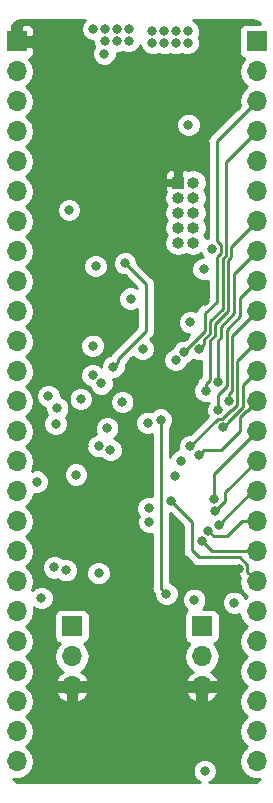
<source format=gbr>
G04 #@! TF.GenerationSoftware,KiCad,Pcbnew,5.0.2-bee76a0~70~ubuntu18.04.1*
G04 #@! TF.CreationDate,2019-01-02T21:11:22-05:00*
G04 #@! TF.ProjectId,stm32 prototype,73746d33-3220-4707-926f-746f74797065,rev?*
G04 #@! TF.SameCoordinates,Original*
G04 #@! TF.FileFunction,Copper,L3,Inr*
G04 #@! TF.FilePolarity,Positive*
%FSLAX46Y46*%
G04 Gerber Fmt 4.6, Leading zero omitted, Abs format (unit mm)*
G04 Created by KiCad (PCBNEW 5.0.2-bee76a0~70~ubuntu18.04.1) date Wed 02 Jan 2019 09:11:22 PM EST*
%MOMM*%
%LPD*%
G01*
G04 APERTURE LIST*
G04 #@! TA.AperFunction,ViaPad*
%ADD10O,1.700000X1.700000*%
G04 #@! TD*
G04 #@! TA.AperFunction,ViaPad*
%ADD11R,1.700000X1.700000*%
G04 #@! TD*
G04 #@! TA.AperFunction,ViaPad*
%ADD12O,1.000000X1.000000*%
G04 #@! TD*
G04 #@! TA.AperFunction,ViaPad*
%ADD13R,1.000000X1.000000*%
G04 #@! TD*
G04 #@! TA.AperFunction,ViaPad*
%ADD14C,0.800000*%
G04 #@! TD*
G04 #@! TA.AperFunction,Conductor*
%ADD15C,0.250000*%
G04 #@! TD*
G04 #@! TA.AperFunction,Conductor*
%ADD16C,0.254000*%
G04 #@! TD*
G04 APERTURE END LIST*
D10*
G04 #@! TO.N,GND*
G04 #@! TO.C,J1*
X182880000Y-106680000D03*
G04 #@! TO.N,PB14*
X182880000Y-104140000D03*
G04 #@! TO.N,PB15*
X182880000Y-101600000D03*
G04 #@! TO.N,PC6*
X182880000Y-99060000D03*
G04 #@! TO.N,PC7*
X182880000Y-96520000D03*
G04 #@! TO.N,PC8*
X182880000Y-93980000D03*
G04 #@! TO.N,PC9*
X182880000Y-91440000D03*
G04 #@! TO.N,PA8_MCO*
X182880000Y-88900000D03*
G04 #@! TO.N,PA9_ST_RXD*
X182880000Y-86360000D03*
G04 #@! TO.N,PA10_ST_TXD*
X182880000Y-83820000D03*
G04 #@! TO.N,PA11_ST_RTS*
X182880000Y-81280000D03*
G04 #@! TO.N,PA12_CTS*
X182880000Y-78740000D03*
G04 #@! TO.N,PA15*
X182880000Y-76200000D03*
G04 #@! TO.N,PC10*
X182880000Y-73660000D03*
G04 #@! TO.N,PC11*
X182880000Y-71120000D03*
G04 #@! TO.N,PC12*
X182880000Y-68580000D03*
G04 #@! TO.N,PD2*
X182880000Y-66040000D03*
G04 #@! TO.N,PB4*
X182880000Y-63500000D03*
G04 #@! TO.N,PB5_I2C1_SMBA*
X182880000Y-60960000D03*
G04 #@! TO.N,PB6_I2C1_SCL*
X182880000Y-58420000D03*
G04 #@! TO.N,PB7_I2C1_SDA*
X182880000Y-55880000D03*
G04 #@! TO.N,PB8*
X182880000Y-53340000D03*
G04 #@! TO.N,PB9*
X182880000Y-50800000D03*
G04 #@! TO.N,PC13*
X182880000Y-48260000D03*
D11*
G04 #@! TO.N,+5V*
X182880000Y-45720000D03*
G04 #@! TD*
G04 #@! TO.N,+5V*
G04 #@! TO.C,J1*
X182880000Y-45720000D03*
D10*
G04 #@! TO.N,PC13*
X182880000Y-48260000D03*
G04 #@! TO.N,PB9*
X182880000Y-50800000D03*
G04 #@! TO.N,PB8*
X182880000Y-53340000D03*
G04 #@! TO.N,PB7_I2C1_SDA*
X182880000Y-55880000D03*
G04 #@! TO.N,PB6_I2C1_SCL*
X182880000Y-58420000D03*
G04 #@! TO.N,PB5_I2C1_SMBA*
X182880000Y-60960000D03*
G04 #@! TO.N,PB4*
X182880000Y-63500000D03*
G04 #@! TO.N,PD2*
X182880000Y-66040000D03*
G04 #@! TO.N,PC12*
X182880000Y-68580000D03*
G04 #@! TO.N,PC11*
X182880000Y-71120000D03*
G04 #@! TO.N,PC10*
X182880000Y-73660000D03*
G04 #@! TO.N,PA15*
X182880000Y-76200000D03*
G04 #@! TO.N,PA12_CTS*
X182880000Y-78740000D03*
G04 #@! TO.N,PA11_ST_RTS*
X182880000Y-81280000D03*
G04 #@! TO.N,PA10_ST_TXD*
X182880000Y-83820000D03*
G04 #@! TO.N,PA9_ST_RXD*
X182880000Y-86360000D03*
G04 #@! TO.N,PA8_MCO*
X182880000Y-88900000D03*
G04 #@! TO.N,PC9*
X182880000Y-91440000D03*
G04 #@! TO.N,PC8*
X182880000Y-93980000D03*
G04 #@! TO.N,PC7*
X182880000Y-96520000D03*
G04 #@! TO.N,PC6*
X182880000Y-99060000D03*
G04 #@! TO.N,PB15*
X182880000Y-101600000D03*
G04 #@! TO.N,PB14*
X182880000Y-104140000D03*
G04 #@! TO.N,GND*
X182880000Y-106680000D03*
G04 #@! TD*
G04 #@! TO.N,+3V3*
G04 #@! TO.C,J10*
X167250000Y-100330000D03*
G04 #@! TO.N,Net-(J10-Pad2)*
X167250000Y-97790000D03*
D11*
G04 #@! TO.N,GND*
X167250000Y-95250000D03*
G04 #@! TD*
D10*
G04 #@! TO.N,GND*
G04 #@! TO.C,J1*
X182880000Y-106680000D03*
G04 #@! TO.N,PB14*
X182880000Y-104140000D03*
G04 #@! TO.N,PB15*
X182880000Y-101600000D03*
G04 #@! TO.N,PC6*
X182880000Y-99060000D03*
G04 #@! TO.N,PC7*
X182880000Y-96520000D03*
G04 #@! TO.N,PC8*
X182880000Y-93980000D03*
G04 #@! TO.N,PC9*
X182880000Y-91440000D03*
G04 #@! TO.N,PA8_MCO*
X182880000Y-88900000D03*
G04 #@! TO.N,PA9_ST_RXD*
X182880000Y-86360000D03*
G04 #@! TO.N,PA10_ST_TXD*
X182880000Y-83820000D03*
G04 #@! TO.N,PA11_ST_RTS*
X182880000Y-81280000D03*
G04 #@! TO.N,PA12_CTS*
X182880000Y-78740000D03*
G04 #@! TO.N,PA15*
X182880000Y-76200000D03*
G04 #@! TO.N,PC10*
X182880000Y-73660000D03*
G04 #@! TO.N,PC11*
X182880000Y-71120000D03*
G04 #@! TO.N,PC12*
X182880000Y-68580000D03*
G04 #@! TO.N,PD2*
X182880000Y-66040000D03*
G04 #@! TO.N,PB4*
X182880000Y-63500000D03*
G04 #@! TO.N,PB5_I2C1_SMBA*
X182880000Y-60960000D03*
G04 #@! TO.N,PB6_I2C1_SCL*
X182880000Y-58420000D03*
G04 #@! TO.N,PB7_I2C1_SDA*
X182880000Y-55880000D03*
G04 #@! TO.N,PB8*
X182880000Y-53340000D03*
G04 #@! TO.N,PB9*
X182880000Y-50800000D03*
G04 #@! TO.N,PC13*
X182880000Y-48260000D03*
D11*
G04 #@! TO.N,+5V*
X182880000Y-45720000D03*
G04 #@! TD*
G04 #@! TO.N,+3V3*
G04 #@! TO.C,J8*
X162560000Y-45720000D03*
D10*
G04 #@! TO.N,GND*
X162560000Y-48260000D03*
G04 #@! TO.N,PC1*
X162560000Y-50800000D03*
G04 #@! TO.N,PC2*
X162560000Y-53340000D03*
G04 #@! TO.N,PC0*
X162560000Y-55880000D03*
G04 #@! TO.N,PC14*
X162560000Y-58420000D03*
G04 #@! TO.N,PC15*
X162560000Y-60960000D03*
G04 #@! TO.N,PC3*
X162560000Y-63500000D03*
G04 #@! TO.N,PA0*
X162560000Y-66040000D03*
G04 #@! TO.N,PA1*
X162560000Y-68580000D03*
G04 #@! TO.N,PA2*
X162560000Y-71120000D03*
G04 #@! TO.N,PA3*
X162560000Y-73660000D03*
G04 #@! TO.N,PB0*
X162560000Y-76200000D03*
G04 #@! TO.N,PC5*
X162560000Y-78740000D03*
G04 #@! TO.N,PC4*
X162560000Y-81280000D03*
G04 #@! TO.N,PA4_SPI1_NSS*
X162560000Y-83820000D03*
G04 #@! TO.N,PA5_SPI1_SCK*
X162560000Y-86360000D03*
G04 #@! TO.N,PA6_SPI1_MISO*
X162560000Y-88900000D03*
G04 #@! TO.N,PA7_SPI1_MOSI*
X162560000Y-91440000D03*
G04 #@! TO.N,PB1*
X162560000Y-93980000D03*
G04 #@! TO.N,PB10*
X162560000Y-96520000D03*
G04 #@! TO.N,PB11*
X162560000Y-99060000D03*
G04 #@! TO.N,PB13*
X162560000Y-101600000D03*
G04 #@! TO.N,PB12*
X162560000Y-104140000D03*
G04 #@! TO.N,GND*
X162560000Y-106680000D03*
G04 #@! TD*
G04 #@! TO.N,+3V3*
G04 #@! TO.C,J9*
X178250000Y-100330000D03*
G04 #@! TO.N,Net-(J9-Pad2)*
X178250000Y-97790000D03*
D11*
G04 #@! TO.N,GND*
X178250000Y-95250000D03*
G04 #@! TD*
D12*
G04 #@! TO.N,NRST*
G04 #@! TO.C,SWD*
X177500000Y-62750000D03*
G04 #@! TO.N,GND*
X176230000Y-62750000D03*
G04 #@! TO.N,N/C*
X177500000Y-61480000D03*
X176230000Y-61480000D03*
G04 #@! TO.N,SWO*
X177500000Y-60210000D03*
G04 #@! TO.N,GND*
X176230000Y-60210000D03*
G04 #@! TO.N,TCK_SWCLK*
X177500000Y-58940000D03*
G04 #@! TO.N,GND*
X176230000Y-58940000D03*
G04 #@! TO.N,TMS_SWDIO*
X177500000Y-57670000D03*
D13*
G04 #@! TO.N,+3V3*
X176230000Y-57670000D03*
G04 #@! TD*
D14*
G04 #@! TO.N,GND*
X177115000Y-52785000D03*
X170000000Y-46750000D03*
X170052813Y-45669416D03*
X171052813Y-45669416D03*
X172052813Y-45669416D03*
X169052813Y-44669416D03*
X170052813Y-44669416D03*
X171052813Y-44669416D03*
X172052813Y-44669416D03*
X169500000Y-90750000D03*
X181000000Y-93250000D03*
X177250000Y-69500000D03*
X169250000Y-64750000D03*
X176024990Y-72701699D03*
X177600000Y-93000000D03*
X178500000Y-107500000D03*
X164661065Y-92837714D03*
X169000000Y-71500000D03*
X167583298Y-82397556D03*
X173750000Y-85250000D03*
X166000000Y-76750000D03*
X173225689Y-71748991D03*
X176500000Y-81250000D03*
X176000000Y-82500000D03*
X172216758Y-67507922D03*
X169000000Y-74000000D03*
X168000000Y-76000000D03*
G04 #@! TO.N,+3V3*
X169500000Y-54500000D03*
X168500000Y-54500000D03*
X169602813Y-50500000D03*
X169602813Y-49500000D03*
X168500000Y-52500000D03*
X168500000Y-50500000D03*
X168500000Y-53469416D03*
X178500000Y-54000000D03*
X178500000Y-55000000D03*
X176813821Y-70765907D03*
X181362340Y-90387660D03*
X178474990Y-67736500D03*
X171500000Y-93000000D03*
X167250000Y-107250000D03*
X169250000Y-56500000D03*
X168725926Y-83524066D03*
X168250000Y-80000000D03*
X172459035Y-72750000D03*
X168500000Y-49500000D03*
X168500000Y-51500000D03*
G04 #@! TO.N,+5V*
X177052813Y-45869416D03*
X176052813Y-45869416D03*
X175052813Y-45869416D03*
X174052813Y-45869416D03*
X174052813Y-44869416D03*
X175052813Y-44869416D03*
X176052813Y-44869416D03*
X177052813Y-44869416D03*
G04 #@! TO.N,NRST*
X173648436Y-78013294D03*
G04 #@! TO.N,PB14*
X173800000Y-86400000D03*
G04 #@! TO.N,PB11*
X166750000Y-90500000D03*
G04 #@! TO.N,PB10*
X165750000Y-90250000D03*
G04 #@! TO.N,PC2*
X169500000Y-80000000D03*
G04 #@! TO.N,PB9*
X176750000Y-72000000D03*
G04 #@! TO.N,PB8*
X178012660Y-71762660D03*
G04 #@! TO.N,PB7_I2C1_SDA*
X178400000Y-65000000D03*
G04 #@! TO.N,PB6_I2C1_SCL*
X179125010Y-63286846D03*
G04 #@! TO.N,PB5_I2C1_SMBA*
X178575927Y-75288139D03*
G04 #@! TO.N,PB4*
X179627006Y-74589417D03*
G04 #@! TO.N,PA15*
X178000000Y-80750000D03*
G04 #@! TO.N,PA12_CTS*
X179265500Y-84495306D03*
G04 #@! TO.N,PA11_ST_RTS*
X179399869Y-85487783D03*
G04 #@! TO.N,PA10_ST_TXD*
X179659171Y-86648408D03*
G04 #@! TO.N,PA9_ST_RXD*
X178804707Y-87167940D03*
G04 #@! TO.N,PA8_MCO*
X178250000Y-88000000D03*
G04 #@! TO.N,PA3*
X164250000Y-83000000D03*
G04 #@! TO.N,PA0*
X165875645Y-78105839D03*
G04 #@! TO.N,PC13*
X167000000Y-60000000D03*
G04 #@! TO.N,PD2*
X179648376Y-76950425D03*
G04 #@! TO.N,PC3*
X165250000Y-75750000D03*
G04 #@! TO.N,PC9*
X175600000Y-84600000D03*
G04 #@! TO.N,PC10*
X180042585Y-78398964D03*
G04 #@! TO.N,PC11*
X177250000Y-80000000D03*
G04 #@! TO.N,PC12*
X180529978Y-76166807D03*
G04 #@! TO.N,PC14*
X171500000Y-76250000D03*
G04 #@! TO.N,PC1*
X170510243Y-80325011D03*
G04 #@! TO.N,PC0*
X170237017Y-78487663D03*
G04 #@! TO.N,PC13*
X170750000Y-73250000D03*
X171750000Y-64500000D03*
G04 #@! TO.N,Net-(R6-Pad1)*
X174750000Y-77750000D03*
X175250000Y-92500000D03*
G04 #@! TO.N,PC15*
X169737965Y-74674857D03*
G04 #@! TD*
D15*
G04 #@! TO.N,PB9*
X179850011Y-63634847D02*
X179850011Y-62938845D01*
X182030001Y-51649999D02*
X182880000Y-50800000D01*
X179500000Y-54180000D02*
X182030001Y-51649999D01*
X178500000Y-70250000D02*
X178500000Y-68750000D01*
X179500000Y-62588834D02*
X179500000Y-54180000D01*
X179850011Y-62938845D02*
X179500000Y-62588834D01*
X179500000Y-63984858D02*
X179850011Y-63634847D01*
X179500000Y-67750000D02*
X179500000Y-63984858D01*
X178500000Y-68750000D02*
X179500000Y-67750000D01*
X176750000Y-72000000D02*
X178500000Y-70250000D01*
G04 #@! TO.N,PB8*
X180000000Y-68386410D02*
X178950011Y-69436399D01*
X182880000Y-53340000D02*
X180300022Y-55919978D01*
X178950011Y-69436399D02*
X178950011Y-70436400D01*
X178950011Y-70436400D02*
X178412659Y-70973752D01*
X178412659Y-71362661D02*
X178012660Y-71762660D01*
X180000000Y-64121268D02*
X180000000Y-68386410D01*
X180300022Y-55919978D02*
X180300022Y-63821247D01*
X178412659Y-70973752D02*
X178412659Y-71362661D01*
X180300022Y-63821247D02*
X180000000Y-64121268D01*
G04 #@! TO.N,PB5_I2C1_SMBA*
X178901996Y-71120825D02*
X178901996Y-74396385D01*
X179400022Y-70622800D02*
X178901996Y-71120825D01*
X179400022Y-69622799D02*
X179400022Y-70622800D01*
X182880000Y-60960000D02*
X180750033Y-63089967D01*
X178575927Y-74722454D02*
X178575927Y-75288139D01*
X180750033Y-63089967D02*
X180750033Y-64007647D01*
X178901996Y-74396385D02*
X178575927Y-74722454D01*
X180750033Y-64007647D02*
X180500000Y-64257680D01*
X180500000Y-64257680D02*
X180500000Y-68522821D01*
X180500000Y-68522821D02*
X179400022Y-69622799D01*
G04 #@! TO.N,PB4*
X179627006Y-71032227D02*
X179627006Y-74023732D01*
X179850033Y-70809200D02*
X179627006Y-71032227D01*
X181000000Y-65380000D02*
X181000000Y-68750000D01*
X182880000Y-63500000D02*
X181000000Y-65380000D01*
X179627006Y-74023732D02*
X179627006Y-74589417D01*
X179850033Y-69899967D02*
X179850033Y-70809200D01*
X181000000Y-68750000D02*
X179850033Y-69899967D01*
G04 #@! TO.N,PA15*
X178399999Y-80350001D02*
X179899999Y-80350001D01*
X178000000Y-80750000D02*
X178399999Y-80350001D01*
X179899999Y-80350001D02*
X181500000Y-78750000D01*
X181500000Y-78750000D02*
X181500000Y-77500000D01*
X182030001Y-77049999D02*
X182880000Y-76200000D01*
X181950001Y-77049999D02*
X181500000Y-77500000D01*
X182030001Y-77049999D02*
X181950001Y-77049999D01*
G04 #@! TO.N,PA12_CTS*
X179265500Y-82354500D02*
X179265500Y-83929621D01*
X182880000Y-78740000D02*
X179265500Y-82354500D01*
X179265500Y-83929621D02*
X179265500Y-84495306D01*
G04 #@! TO.N,PA11_ST_RTS*
X182880000Y-81280000D02*
X180250000Y-83910000D01*
X180250000Y-83910000D02*
X180250000Y-84637652D01*
X179799868Y-85087784D02*
X179399869Y-85487783D01*
X180250000Y-84637652D02*
X179799868Y-85087784D01*
G04 #@! TO.N,PA10_ST_TXD*
X182487579Y-83820000D02*
X182880000Y-83820000D01*
X179659171Y-86648408D02*
X182487579Y-83820000D01*
G04 #@! TO.N,PA9_ST_RXD*
X181640000Y-86360000D02*
X182880000Y-86360000D01*
X180386767Y-87613233D02*
X181640000Y-86360000D01*
X178804707Y-87167940D02*
X179250000Y-87613233D01*
X179250000Y-87613233D02*
X180386767Y-87613233D01*
G04 #@! TO.N,PA8_MCO*
X179150000Y-88900000D02*
X182880000Y-88900000D01*
X178250000Y-88000000D02*
X179150000Y-88900000D01*
G04 #@! TO.N,PD2*
X180352008Y-70147992D02*
X180352008Y-74937419D01*
X179648376Y-76384740D02*
X179648376Y-76950425D01*
X179648376Y-75641051D02*
X179648376Y-76384740D01*
X180352008Y-74937419D02*
X179648376Y-75641051D01*
X181500000Y-69000000D02*
X180352008Y-70147992D01*
X181500000Y-67420000D02*
X181500000Y-69000000D01*
X182880000Y-66040000D02*
X181500000Y-67420000D01*
G04 #@! TO.N,PC9*
X175600000Y-84600000D02*
X177400000Y-86400000D01*
X177400000Y-86400000D02*
X177400000Y-88800000D01*
X177400000Y-88800000D02*
X178000000Y-89400000D01*
X182087341Y-90039659D02*
X182087341Y-90647341D01*
X181447682Y-89400000D02*
X182087341Y-90039659D01*
X178000000Y-89400000D02*
X181447682Y-89400000D01*
X182087341Y-90647341D02*
X182880000Y-91440000D01*
G04 #@! TO.N,PC10*
X182880000Y-73660000D02*
X181704999Y-74835001D01*
X180442584Y-77998965D02*
X180042585Y-78398964D01*
X180442584Y-77921006D02*
X180442584Y-77998965D01*
X181704999Y-76658591D02*
X180442584Y-77921006D01*
X181704999Y-74835001D02*
X181704999Y-76658591D01*
G04 #@! TO.N,PC11*
X180810658Y-76916521D02*
X181254988Y-76472192D01*
X180754938Y-76916521D02*
X180810658Y-76916521D01*
X179996032Y-77675427D02*
X180754938Y-76916521D01*
X182030001Y-71969999D02*
X182880000Y-71120000D01*
X181254988Y-72745012D02*
X182030001Y-71969999D01*
X181254988Y-76472192D02*
X181254988Y-72745012D01*
X177250000Y-80000000D02*
X179574573Y-77675427D01*
X179574573Y-77675427D02*
X179996032Y-77675427D01*
G04 #@! TO.N,PC12*
X180529978Y-75601122D02*
X180529978Y-76166807D01*
X180802019Y-70657981D02*
X180802019Y-75329081D01*
X182880000Y-68580000D02*
X180802019Y-70657981D01*
X180802019Y-75329081D02*
X180529978Y-75601122D01*
G04 #@! TO.N,PC13*
X171149999Y-72850001D02*
X171149999Y-72600001D01*
X170750000Y-73250000D02*
X171149999Y-72850001D01*
X171149999Y-72600001D02*
X173500000Y-70250000D01*
X173500000Y-70250000D02*
X173500000Y-66250000D01*
X173500000Y-66250000D02*
X171750000Y-64500000D01*
G04 #@! TO.N,Net-(R6-Pad1)*
X174750000Y-77750000D02*
X174750000Y-78315685D01*
X174750000Y-78315685D02*
X174750000Y-92000000D01*
X174750000Y-92000000D02*
X175250000Y-92500000D01*
G04 #@! TD*
D16*
G04 #@! TO.N,+3V3*
G36*
X168175382Y-44083136D02*
X168017813Y-44463542D01*
X168017813Y-44875290D01*
X168175382Y-45255696D01*
X168466533Y-45546847D01*
X168846939Y-45704416D01*
X169017813Y-45704416D01*
X169017813Y-45875290D01*
X169132974Y-46153315D01*
X169122569Y-46163720D01*
X168965000Y-46544126D01*
X168965000Y-46955874D01*
X169122569Y-47336280D01*
X169413720Y-47627431D01*
X169794126Y-47785000D01*
X170205874Y-47785000D01*
X170586280Y-47627431D01*
X170877431Y-47336280D01*
X171035000Y-46955874D01*
X171035000Y-46704416D01*
X171258687Y-46704416D01*
X171552813Y-46582585D01*
X171846939Y-46704416D01*
X172258687Y-46704416D01*
X172639093Y-46546847D01*
X172930244Y-46255696D01*
X173017813Y-46044285D01*
X173017813Y-46075290D01*
X173175382Y-46455696D01*
X173466533Y-46746847D01*
X173846939Y-46904416D01*
X174258687Y-46904416D01*
X174552813Y-46782585D01*
X174846939Y-46904416D01*
X175258687Y-46904416D01*
X175552813Y-46782585D01*
X175846939Y-46904416D01*
X176258687Y-46904416D01*
X176552813Y-46782585D01*
X176846939Y-46904416D01*
X177258687Y-46904416D01*
X177639093Y-46746847D01*
X177930244Y-46455696D01*
X178087813Y-46075290D01*
X178087813Y-45663542D01*
X177965982Y-45369416D01*
X178087813Y-45075290D01*
X178087813Y-44663542D01*
X177930244Y-44283136D01*
X177639093Y-43991985D01*
X177518418Y-43942000D01*
X182502491Y-43942000D01*
X182848130Y-44010752D01*
X183130545Y-44199455D01*
X183145983Y-44222560D01*
X182030000Y-44222560D01*
X181782235Y-44271843D01*
X181572191Y-44412191D01*
X181431843Y-44622235D01*
X181382560Y-44870000D01*
X181382560Y-46570000D01*
X181431843Y-46817765D01*
X181572191Y-47027809D01*
X181782235Y-47168157D01*
X181827619Y-47177184D01*
X181809375Y-47189375D01*
X181481161Y-47680582D01*
X181365908Y-48260000D01*
X181481161Y-48839418D01*
X181809375Y-49330625D01*
X182107761Y-49530000D01*
X181809375Y-49729375D01*
X181481161Y-50220582D01*
X181365908Y-50800000D01*
X181438791Y-51166407D01*
X179015528Y-53589671D01*
X178952072Y-53632071D01*
X178909672Y-53695527D01*
X178909671Y-53695528D01*
X178784097Y-53883463D01*
X178725112Y-54180000D01*
X178740001Y-54254852D01*
X178740000Y-62326046D01*
X178585625Y-62389991D01*
X178569146Y-62307145D01*
X178440759Y-62115000D01*
X178569146Y-61922855D01*
X178657235Y-61480000D01*
X178569146Y-61037145D01*
X178440759Y-60845000D01*
X178569146Y-60652855D01*
X178657235Y-60210000D01*
X178569146Y-59767145D01*
X178440759Y-59575000D01*
X178569146Y-59382855D01*
X178657235Y-58940000D01*
X178569146Y-58497145D01*
X178440759Y-58305000D01*
X178569146Y-58112855D01*
X178657235Y-57670000D01*
X178569146Y-57227145D01*
X178318289Y-56851711D01*
X177942855Y-56600854D01*
X177611783Y-56535000D01*
X177388217Y-56535000D01*
X177057145Y-56600854D01*
X177041129Y-56611555D01*
X176856309Y-56535000D01*
X176638750Y-56535000D01*
X176480000Y-56693750D01*
X176480000Y-57153593D01*
X176430854Y-57227145D01*
X176342765Y-57670000D01*
X176370765Y-57810765D01*
X176341783Y-57805000D01*
X176118217Y-57805000D01*
X175787145Y-57870854D01*
X175713593Y-57920000D01*
X175253750Y-57920000D01*
X175095000Y-58078750D01*
X175095000Y-58296310D01*
X175171555Y-58481130D01*
X175160854Y-58497145D01*
X175072765Y-58940000D01*
X175160854Y-59382855D01*
X175289241Y-59575000D01*
X175160854Y-59767145D01*
X175072765Y-60210000D01*
X175160854Y-60652855D01*
X175289241Y-60845000D01*
X175160854Y-61037145D01*
X175072765Y-61480000D01*
X175160854Y-61922855D01*
X175289241Y-62115000D01*
X175160854Y-62307145D01*
X175072765Y-62750000D01*
X175160854Y-63192855D01*
X175411711Y-63568289D01*
X175787145Y-63819146D01*
X176118217Y-63885000D01*
X176341783Y-63885000D01*
X176672855Y-63819146D01*
X176865000Y-63690759D01*
X177057145Y-63819146D01*
X177388217Y-63885000D01*
X177611783Y-63885000D01*
X177942855Y-63819146D01*
X178164011Y-63671374D01*
X178247579Y-63873126D01*
X178339453Y-63965000D01*
X178194126Y-63965000D01*
X177813720Y-64122569D01*
X177522569Y-64413720D01*
X177365000Y-64794126D01*
X177365000Y-65205874D01*
X177522569Y-65586280D01*
X177813720Y-65877431D01*
X178194126Y-66035000D01*
X178605874Y-66035000D01*
X178740000Y-65979443D01*
X178740000Y-67435198D01*
X178015528Y-68159671D01*
X177952072Y-68202071D01*
X177909672Y-68265527D01*
X177909671Y-68265528D01*
X177784097Y-68453463D01*
X177756992Y-68589727D01*
X177455874Y-68465000D01*
X177044126Y-68465000D01*
X176663720Y-68622569D01*
X176372569Y-68913720D01*
X176215000Y-69294126D01*
X176215000Y-69705874D01*
X176372569Y-70086280D01*
X176663720Y-70377431D01*
X177044126Y-70535000D01*
X177140198Y-70535000D01*
X176710199Y-70965000D01*
X176544126Y-70965000D01*
X176163720Y-71122569D01*
X175872569Y-71413720D01*
X175757150Y-71692366D01*
X175438710Y-71824268D01*
X175147559Y-72115419D01*
X174989990Y-72495825D01*
X174989990Y-72907573D01*
X175147559Y-73287979D01*
X175438710Y-73579130D01*
X175819116Y-73736699D01*
X176230864Y-73736699D01*
X176611270Y-73579130D01*
X176902421Y-73287979D01*
X177017840Y-73009333D01*
X177336280Y-72877431D01*
X177530494Y-72683217D01*
X177806786Y-72797660D01*
X178141997Y-72797660D01*
X178141997Y-74081583D01*
X178091457Y-74132123D01*
X178027998Y-74174525D01*
X177860023Y-74425918D01*
X177831614Y-74568741D01*
X177698496Y-74701859D01*
X177540927Y-75082265D01*
X177540927Y-75494013D01*
X177698496Y-75874419D01*
X177989647Y-76165570D01*
X178370053Y-76323139D01*
X178781801Y-76323139D01*
X178833270Y-76301820D01*
X178770945Y-76364145D01*
X178613376Y-76744551D01*
X178613376Y-77156299D01*
X178732151Y-77443047D01*
X177210199Y-78965000D01*
X177044126Y-78965000D01*
X176663720Y-79122569D01*
X176372569Y-79413720D01*
X176215000Y-79794126D01*
X176215000Y-80205874D01*
X176229814Y-80241639D01*
X175913720Y-80372569D01*
X175622569Y-80663720D01*
X175510000Y-80935486D01*
X175510000Y-78453711D01*
X175627431Y-78336280D01*
X175785000Y-77955874D01*
X175785000Y-77544126D01*
X175627431Y-77163720D01*
X175336280Y-76872569D01*
X174955874Y-76715000D01*
X174544126Y-76715000D01*
X174163720Y-76872569D01*
X173998337Y-77037952D01*
X173854310Y-76978294D01*
X173442562Y-76978294D01*
X173062156Y-77135863D01*
X172771005Y-77427014D01*
X172613436Y-77807420D01*
X172613436Y-78219168D01*
X172771005Y-78599574D01*
X173062156Y-78890725D01*
X173442562Y-79048294D01*
X173854310Y-79048294D01*
X173990000Y-78992089D01*
X173990000Y-84229136D01*
X173955874Y-84215000D01*
X173544126Y-84215000D01*
X173163720Y-84372569D01*
X172872569Y-84663720D01*
X172715000Y-85044126D01*
X172715000Y-85455874D01*
X172872569Y-85836280D01*
X172901317Y-85865028D01*
X172765000Y-86194126D01*
X172765000Y-86605874D01*
X172922569Y-86986280D01*
X173213720Y-87277431D01*
X173594126Y-87435000D01*
X173990001Y-87435000D01*
X173990001Y-91925148D01*
X173975112Y-92000000D01*
X173990001Y-92074852D01*
X174034097Y-92296537D01*
X174202072Y-92547929D01*
X174215000Y-92556567D01*
X174215000Y-92705874D01*
X174372569Y-93086280D01*
X174663720Y-93377431D01*
X175044126Y-93535000D01*
X175455874Y-93535000D01*
X175836280Y-93377431D01*
X176127431Y-93086280D01*
X176248444Y-92794126D01*
X176565000Y-92794126D01*
X176565000Y-93205874D01*
X176722569Y-93586280D01*
X177013720Y-93877431D01*
X177029394Y-93883923D01*
X176942191Y-93942191D01*
X176801843Y-94152235D01*
X176752560Y-94400000D01*
X176752560Y-96100000D01*
X176801843Y-96347765D01*
X176942191Y-96557809D01*
X177152235Y-96698157D01*
X177197619Y-96707184D01*
X177179375Y-96719375D01*
X176851161Y-97210582D01*
X176735908Y-97790000D01*
X176851161Y-98369418D01*
X177179375Y-98860625D01*
X177501969Y-99076176D01*
X177180915Y-99299289D01*
X176888655Y-99736735D01*
X176977282Y-99957000D01*
X177877000Y-99957000D01*
X177877000Y-99937000D01*
X178623000Y-99937000D01*
X178623000Y-99957000D01*
X179522718Y-99957000D01*
X179611345Y-99736735D01*
X179319085Y-99299289D01*
X178998031Y-99076176D01*
X179320625Y-98860625D01*
X179648839Y-98369418D01*
X179764092Y-97790000D01*
X179648839Y-97210582D01*
X179320625Y-96719375D01*
X179302381Y-96707184D01*
X179347765Y-96698157D01*
X179557809Y-96557809D01*
X179698157Y-96347765D01*
X179747440Y-96100000D01*
X179747440Y-94400000D01*
X179698157Y-94152235D01*
X179557809Y-93942191D01*
X179347765Y-93801843D01*
X179100000Y-93752560D01*
X178311151Y-93752560D01*
X178477431Y-93586280D01*
X178635000Y-93205874D01*
X178635000Y-92794126D01*
X178477431Y-92413720D01*
X178186280Y-92122569D01*
X177805874Y-91965000D01*
X177394126Y-91965000D01*
X177013720Y-92122569D01*
X176722569Y-92413720D01*
X176565000Y-92794126D01*
X176248444Y-92794126D01*
X176285000Y-92705874D01*
X176285000Y-92294126D01*
X176127431Y-91913720D01*
X175836280Y-91622569D01*
X175510000Y-91487420D01*
X175510000Y-85635000D01*
X175560198Y-85635000D01*
X176640000Y-86714803D01*
X176640001Y-88725148D01*
X176625112Y-88800000D01*
X176640001Y-88874852D01*
X176684097Y-89096537D01*
X176763252Y-89215000D01*
X176852072Y-89347929D01*
X176915528Y-89390329D01*
X177409670Y-89884472D01*
X177452071Y-89947929D01*
X177703463Y-90115904D01*
X177925148Y-90160000D01*
X177925152Y-90160000D01*
X177999999Y-90174888D01*
X178074846Y-90160000D01*
X181132880Y-90160000D01*
X181327341Y-90354461D01*
X181327341Y-90572494D01*
X181312453Y-90647341D01*
X181327341Y-90722188D01*
X181327341Y-90722193D01*
X181371437Y-90943878D01*
X181443223Y-91051312D01*
X181365908Y-91440000D01*
X181481161Y-92019418D01*
X181809375Y-92510625D01*
X182107761Y-92710000D01*
X181942374Y-92820508D01*
X181877431Y-92663720D01*
X181586280Y-92372569D01*
X181205874Y-92215000D01*
X180794126Y-92215000D01*
X180413720Y-92372569D01*
X180122569Y-92663720D01*
X179965000Y-93044126D01*
X179965000Y-93455874D01*
X180122569Y-93836280D01*
X180413720Y-94127431D01*
X180794126Y-94285000D01*
X181205874Y-94285000D01*
X181409776Y-94200541D01*
X181481161Y-94559418D01*
X181809375Y-95050625D01*
X182107761Y-95250000D01*
X181809375Y-95449375D01*
X181481161Y-95940582D01*
X181365908Y-96520000D01*
X181481161Y-97099418D01*
X181809375Y-97590625D01*
X182107761Y-97790000D01*
X181809375Y-97989375D01*
X181481161Y-98480582D01*
X181365908Y-99060000D01*
X181481161Y-99639418D01*
X181809375Y-100130625D01*
X182107761Y-100330000D01*
X181809375Y-100529375D01*
X181481161Y-101020582D01*
X181365908Y-101600000D01*
X181481161Y-102179418D01*
X181809375Y-102670625D01*
X182107761Y-102870000D01*
X181809375Y-103069375D01*
X181481161Y-103560582D01*
X181365908Y-104140000D01*
X181481161Y-104719418D01*
X181809375Y-105210625D01*
X182107761Y-105410000D01*
X181809375Y-105609375D01*
X181481161Y-106100582D01*
X181365908Y-106680000D01*
X181481161Y-107259418D01*
X181809375Y-107750625D01*
X182300582Y-108078839D01*
X182733744Y-108165000D01*
X183026256Y-108165000D01*
X183173921Y-108135628D01*
X183130545Y-108200545D01*
X182848130Y-108389248D01*
X182502491Y-108458000D01*
X178891769Y-108458000D01*
X179086280Y-108377431D01*
X179377431Y-108086280D01*
X179535000Y-107705874D01*
X179535000Y-107294126D01*
X179377431Y-106913720D01*
X179086280Y-106622569D01*
X178705874Y-106465000D01*
X178294126Y-106465000D01*
X177913720Y-106622569D01*
X177622569Y-106913720D01*
X177465000Y-107294126D01*
X177465000Y-107705874D01*
X177622569Y-108086280D01*
X177913720Y-108377431D01*
X178108231Y-108458000D01*
X162937509Y-108458000D01*
X162591870Y-108389248D01*
X162309455Y-108200545D01*
X162266079Y-108135628D01*
X162413744Y-108165000D01*
X162706256Y-108165000D01*
X163139418Y-108078839D01*
X163630625Y-107750625D01*
X163958839Y-107259418D01*
X164074092Y-106680000D01*
X163958839Y-106100582D01*
X163630625Y-105609375D01*
X163332239Y-105410000D01*
X163630625Y-105210625D01*
X163958839Y-104719418D01*
X164074092Y-104140000D01*
X163958839Y-103560582D01*
X163630625Y-103069375D01*
X163332239Y-102870000D01*
X163630625Y-102670625D01*
X163958839Y-102179418D01*
X164074092Y-101600000D01*
X163958839Y-101020582D01*
X163893814Y-100923265D01*
X165888655Y-100923265D01*
X166180915Y-101360711D01*
X166656730Y-101691374D01*
X166877000Y-101608671D01*
X166877000Y-100703000D01*
X167623000Y-100703000D01*
X167623000Y-101608671D01*
X167843270Y-101691374D01*
X168319085Y-101360711D01*
X168611345Y-100923265D01*
X176888655Y-100923265D01*
X177180915Y-101360711D01*
X177656730Y-101691374D01*
X177877000Y-101608671D01*
X177877000Y-100703000D01*
X178623000Y-100703000D01*
X178623000Y-101608671D01*
X178843270Y-101691374D01*
X179319085Y-101360711D01*
X179611345Y-100923265D01*
X179522718Y-100703000D01*
X178623000Y-100703000D01*
X177877000Y-100703000D01*
X176977282Y-100703000D01*
X176888655Y-100923265D01*
X168611345Y-100923265D01*
X168522718Y-100703000D01*
X167623000Y-100703000D01*
X166877000Y-100703000D01*
X165977282Y-100703000D01*
X165888655Y-100923265D01*
X163893814Y-100923265D01*
X163630625Y-100529375D01*
X163332239Y-100330000D01*
X163630625Y-100130625D01*
X163958839Y-99639418D01*
X164074092Y-99060000D01*
X163958839Y-98480582D01*
X163630625Y-97989375D01*
X163332239Y-97790000D01*
X165735908Y-97790000D01*
X165851161Y-98369418D01*
X166179375Y-98860625D01*
X166501969Y-99076176D01*
X166180915Y-99299289D01*
X165888655Y-99736735D01*
X165977282Y-99957000D01*
X166877000Y-99957000D01*
X166877000Y-99937000D01*
X167623000Y-99937000D01*
X167623000Y-99957000D01*
X168522718Y-99957000D01*
X168611345Y-99736735D01*
X168319085Y-99299289D01*
X167998031Y-99076176D01*
X168320625Y-98860625D01*
X168648839Y-98369418D01*
X168764092Y-97790000D01*
X168648839Y-97210582D01*
X168320625Y-96719375D01*
X168302381Y-96707184D01*
X168347765Y-96698157D01*
X168557809Y-96557809D01*
X168698157Y-96347765D01*
X168747440Y-96100000D01*
X168747440Y-94400000D01*
X168698157Y-94152235D01*
X168557809Y-93942191D01*
X168347765Y-93801843D01*
X168100000Y-93752560D01*
X166400000Y-93752560D01*
X166152235Y-93801843D01*
X165942191Y-93942191D01*
X165801843Y-94152235D01*
X165752560Y-94400000D01*
X165752560Y-96100000D01*
X165801843Y-96347765D01*
X165942191Y-96557809D01*
X166152235Y-96698157D01*
X166197619Y-96707184D01*
X166179375Y-96719375D01*
X165851161Y-97210582D01*
X165735908Y-97790000D01*
X163332239Y-97790000D01*
X163630625Y-97590625D01*
X163958839Y-97099418D01*
X164074092Y-96520000D01*
X163958839Y-95940582D01*
X163630625Y-95449375D01*
X163332239Y-95250000D01*
X163630625Y-95050625D01*
X163958839Y-94559418D01*
X164074092Y-93980000D01*
X164008156Y-93648516D01*
X164074785Y-93715145D01*
X164455191Y-93872714D01*
X164866939Y-93872714D01*
X165247345Y-93715145D01*
X165538496Y-93423994D01*
X165696065Y-93043588D01*
X165696065Y-92631840D01*
X165538496Y-92251434D01*
X165247345Y-91960283D01*
X164866939Y-91802714D01*
X164455191Y-91802714D01*
X164074785Y-91960283D01*
X163844440Y-92190628D01*
X163958839Y-92019418D01*
X164074092Y-91440000D01*
X163958839Y-90860582D01*
X163630625Y-90369375D01*
X163332239Y-90170000D01*
X163520622Y-90044126D01*
X164715000Y-90044126D01*
X164715000Y-90455874D01*
X164872569Y-90836280D01*
X165163720Y-91127431D01*
X165544126Y-91285000D01*
X165955874Y-91285000D01*
X166037485Y-91251196D01*
X166163720Y-91377431D01*
X166544126Y-91535000D01*
X166955874Y-91535000D01*
X167336280Y-91377431D01*
X167627431Y-91086280D01*
X167785000Y-90705874D01*
X167785000Y-90544126D01*
X168465000Y-90544126D01*
X168465000Y-90955874D01*
X168622569Y-91336280D01*
X168913720Y-91627431D01*
X169294126Y-91785000D01*
X169705874Y-91785000D01*
X170086280Y-91627431D01*
X170377431Y-91336280D01*
X170535000Y-90955874D01*
X170535000Y-90544126D01*
X170377431Y-90163720D01*
X170086280Y-89872569D01*
X169705874Y-89715000D01*
X169294126Y-89715000D01*
X168913720Y-89872569D01*
X168622569Y-90163720D01*
X168465000Y-90544126D01*
X167785000Y-90544126D01*
X167785000Y-90294126D01*
X167627431Y-89913720D01*
X167336280Y-89622569D01*
X166955874Y-89465000D01*
X166544126Y-89465000D01*
X166462515Y-89498804D01*
X166336280Y-89372569D01*
X165955874Y-89215000D01*
X165544126Y-89215000D01*
X165163720Y-89372569D01*
X164872569Y-89663720D01*
X164715000Y-90044126D01*
X163520622Y-90044126D01*
X163630625Y-89970625D01*
X163958839Y-89479418D01*
X164074092Y-88900000D01*
X163958839Y-88320582D01*
X163630625Y-87829375D01*
X163332239Y-87630000D01*
X163630625Y-87430625D01*
X163958839Y-86939418D01*
X164074092Y-86360000D01*
X163958839Y-85780582D01*
X163630625Y-85289375D01*
X163332239Y-85090000D01*
X163630625Y-84890625D01*
X163958839Y-84399418D01*
X164032300Y-84030102D01*
X164044126Y-84035000D01*
X164455874Y-84035000D01*
X164836280Y-83877431D01*
X165127431Y-83586280D01*
X165285000Y-83205874D01*
X165285000Y-82794126D01*
X165127431Y-82413720D01*
X164905393Y-82191682D01*
X166548298Y-82191682D01*
X166548298Y-82603430D01*
X166705867Y-82983836D01*
X166997018Y-83274987D01*
X167377424Y-83432556D01*
X167789172Y-83432556D01*
X168169578Y-83274987D01*
X168460729Y-82983836D01*
X168618298Y-82603430D01*
X168618298Y-82191682D01*
X168460729Y-81811276D01*
X168169578Y-81520125D01*
X167789172Y-81362556D01*
X167377424Y-81362556D01*
X166997018Y-81520125D01*
X166705867Y-81811276D01*
X166548298Y-82191682D01*
X164905393Y-82191682D01*
X164836280Y-82122569D01*
X164455874Y-81965000D01*
X164044126Y-81965000D01*
X163828656Y-82054250D01*
X163958839Y-81859418D01*
X164074092Y-81280000D01*
X163958839Y-80700582D01*
X163630625Y-80209375D01*
X163332239Y-80010000D01*
X163630625Y-79810625D01*
X163641649Y-79794126D01*
X168465000Y-79794126D01*
X168465000Y-80205874D01*
X168622569Y-80586280D01*
X168913720Y-80877431D01*
X169294126Y-81035000D01*
X169705874Y-81035000D01*
X169741687Y-81020166D01*
X169923963Y-81202442D01*
X170304369Y-81360011D01*
X170716117Y-81360011D01*
X171096523Y-81202442D01*
X171387674Y-80911291D01*
X171545243Y-80530885D01*
X171545243Y-80119137D01*
X171387674Y-79738731D01*
X171096523Y-79447580D01*
X170844996Y-79343395D01*
X171114448Y-79073943D01*
X171272017Y-78693537D01*
X171272017Y-78281789D01*
X171114448Y-77901383D01*
X170823297Y-77610232D01*
X170442891Y-77452663D01*
X170031143Y-77452663D01*
X169650737Y-77610232D01*
X169359586Y-77901383D01*
X169202017Y-78281789D01*
X169202017Y-78693537D01*
X169314460Y-78965000D01*
X169294126Y-78965000D01*
X168913720Y-79122569D01*
X168622569Y-79413720D01*
X168465000Y-79794126D01*
X163641649Y-79794126D01*
X163958839Y-79319418D01*
X164074092Y-78740000D01*
X163958839Y-78160582D01*
X163630625Y-77669375D01*
X163332239Y-77470000D01*
X163630625Y-77270625D01*
X163958839Y-76779418D01*
X164074092Y-76200000D01*
X163958839Y-75620582D01*
X163907753Y-75544126D01*
X164215000Y-75544126D01*
X164215000Y-75955874D01*
X164372569Y-76336280D01*
X164663720Y-76627431D01*
X164965000Y-76752225D01*
X164965000Y-76955874D01*
X165122569Y-77336280D01*
X165152031Y-77365742D01*
X164998214Y-77519559D01*
X164840645Y-77899965D01*
X164840645Y-78311713D01*
X164998214Y-78692119D01*
X165289365Y-78983270D01*
X165669771Y-79140839D01*
X166081519Y-79140839D01*
X166461925Y-78983270D01*
X166753076Y-78692119D01*
X166910645Y-78311713D01*
X166910645Y-77899965D01*
X166753076Y-77519559D01*
X166723614Y-77490097D01*
X166877431Y-77336280D01*
X167035000Y-76955874D01*
X167035000Y-76544126D01*
X166877431Y-76163720D01*
X166586280Y-75872569D01*
X166396902Y-75794126D01*
X166965000Y-75794126D01*
X166965000Y-76205874D01*
X167122569Y-76586280D01*
X167413720Y-76877431D01*
X167794126Y-77035000D01*
X168205874Y-77035000D01*
X168586280Y-76877431D01*
X168877431Y-76586280D01*
X169035000Y-76205874D01*
X169035000Y-76044126D01*
X170465000Y-76044126D01*
X170465000Y-76455874D01*
X170622569Y-76836280D01*
X170913720Y-77127431D01*
X171294126Y-77285000D01*
X171705874Y-77285000D01*
X172086280Y-77127431D01*
X172377431Y-76836280D01*
X172535000Y-76455874D01*
X172535000Y-76044126D01*
X172377431Y-75663720D01*
X172086280Y-75372569D01*
X171705874Y-75215000D01*
X171294126Y-75215000D01*
X170913720Y-75372569D01*
X170622569Y-75663720D01*
X170465000Y-76044126D01*
X169035000Y-76044126D01*
X169035000Y-75794126D01*
X168877431Y-75413720D01*
X168586280Y-75122569D01*
X168205874Y-74965000D01*
X167794126Y-74965000D01*
X167413720Y-75122569D01*
X167122569Y-75413720D01*
X166965000Y-75794126D01*
X166396902Y-75794126D01*
X166285000Y-75747775D01*
X166285000Y-75544126D01*
X166127431Y-75163720D01*
X165836280Y-74872569D01*
X165455874Y-74715000D01*
X165044126Y-74715000D01*
X164663720Y-74872569D01*
X164372569Y-75163720D01*
X164215000Y-75544126D01*
X163907753Y-75544126D01*
X163630625Y-75129375D01*
X163332239Y-74930000D01*
X163630625Y-74730625D01*
X163958839Y-74239418D01*
X164047412Y-73794126D01*
X167965000Y-73794126D01*
X167965000Y-74205874D01*
X168122569Y-74586280D01*
X168413720Y-74877431D01*
X168761219Y-75021370D01*
X168860534Y-75261137D01*
X169151685Y-75552288D01*
X169532091Y-75709857D01*
X169943839Y-75709857D01*
X170324245Y-75552288D01*
X170615396Y-75261137D01*
X170772965Y-74880731D01*
X170772965Y-74468983D01*
X170696757Y-74285000D01*
X170955874Y-74285000D01*
X171336280Y-74127431D01*
X171627431Y-73836280D01*
X171785000Y-73455874D01*
X171785000Y-73267618D01*
X171865903Y-73146538D01*
X171909999Y-72924853D01*
X171909999Y-72924849D01*
X171912494Y-72912307D01*
X172418894Y-72405907D01*
X172639409Y-72626422D01*
X173019815Y-72783991D01*
X173431563Y-72783991D01*
X173811969Y-72626422D01*
X174103120Y-72335271D01*
X174260689Y-71954865D01*
X174260689Y-71543117D01*
X174103120Y-71162711D01*
X173882605Y-70942196D01*
X173984473Y-70840329D01*
X174047929Y-70797929D01*
X174215904Y-70546537D01*
X174260000Y-70324852D01*
X174260000Y-70324848D01*
X174274888Y-70250001D01*
X174260000Y-70175154D01*
X174260000Y-66324848D01*
X174274888Y-66250000D01*
X174260000Y-66175152D01*
X174260000Y-66175148D01*
X174215904Y-65953463D01*
X174215904Y-65953462D01*
X174090329Y-65765527D01*
X174047929Y-65702071D01*
X173984473Y-65659671D01*
X172785000Y-64460199D01*
X172785000Y-64294126D01*
X172627431Y-63913720D01*
X172336280Y-63622569D01*
X171955874Y-63465000D01*
X171544126Y-63465000D01*
X171163720Y-63622569D01*
X170872569Y-63913720D01*
X170715000Y-64294126D01*
X170715000Y-64705874D01*
X170872569Y-65086280D01*
X171163720Y-65377431D01*
X171544126Y-65535000D01*
X171710199Y-65535000D01*
X172740001Y-66564803D01*
X172740001Y-66604380D01*
X172422632Y-66472922D01*
X172010884Y-66472922D01*
X171630478Y-66630491D01*
X171339327Y-66921642D01*
X171181758Y-67302048D01*
X171181758Y-67713796D01*
X171339327Y-68094202D01*
X171630478Y-68385353D01*
X172010884Y-68542922D01*
X172422632Y-68542922D01*
X172740000Y-68411464D01*
X172740000Y-69935198D01*
X170665528Y-72009671D01*
X170602070Y-72052072D01*
X170473718Y-72244164D01*
X170163720Y-72372569D01*
X169872569Y-72663720D01*
X169715000Y-73044126D01*
X169715000Y-73251289D01*
X169586280Y-73122569D01*
X169205874Y-72965000D01*
X168794126Y-72965000D01*
X168413720Y-73122569D01*
X168122569Y-73413720D01*
X167965000Y-73794126D01*
X164047412Y-73794126D01*
X164074092Y-73660000D01*
X163958839Y-73080582D01*
X163630625Y-72589375D01*
X163332239Y-72390000D01*
X163630625Y-72190625D01*
X163958839Y-71699418D01*
X164039456Y-71294126D01*
X167965000Y-71294126D01*
X167965000Y-71705874D01*
X168122569Y-72086280D01*
X168413720Y-72377431D01*
X168794126Y-72535000D01*
X169205874Y-72535000D01*
X169586280Y-72377431D01*
X169877431Y-72086280D01*
X170035000Y-71705874D01*
X170035000Y-71294126D01*
X169877431Y-70913720D01*
X169586280Y-70622569D01*
X169205874Y-70465000D01*
X168794126Y-70465000D01*
X168413720Y-70622569D01*
X168122569Y-70913720D01*
X167965000Y-71294126D01*
X164039456Y-71294126D01*
X164074092Y-71120000D01*
X163958839Y-70540582D01*
X163630625Y-70049375D01*
X163332239Y-69850000D01*
X163630625Y-69650625D01*
X163958839Y-69159418D01*
X164074092Y-68580000D01*
X163958839Y-68000582D01*
X163630625Y-67509375D01*
X163332239Y-67310000D01*
X163630625Y-67110625D01*
X163958839Y-66619418D01*
X164074092Y-66040000D01*
X163958839Y-65460582D01*
X163630625Y-64969375D01*
X163332239Y-64770000D01*
X163630625Y-64570625D01*
X163648331Y-64544126D01*
X168215000Y-64544126D01*
X168215000Y-64955874D01*
X168372569Y-65336280D01*
X168663720Y-65627431D01*
X169044126Y-65785000D01*
X169455874Y-65785000D01*
X169836280Y-65627431D01*
X170127431Y-65336280D01*
X170285000Y-64955874D01*
X170285000Y-64544126D01*
X170127431Y-64163720D01*
X169836280Y-63872569D01*
X169455874Y-63715000D01*
X169044126Y-63715000D01*
X168663720Y-63872569D01*
X168372569Y-64163720D01*
X168215000Y-64544126D01*
X163648331Y-64544126D01*
X163958839Y-64079418D01*
X164074092Y-63500000D01*
X163958839Y-62920582D01*
X163630625Y-62429375D01*
X163332239Y-62230000D01*
X163630625Y-62030625D01*
X163958839Y-61539418D01*
X164074092Y-60960000D01*
X163958839Y-60380582D01*
X163630625Y-59889375D01*
X163488075Y-59794126D01*
X165965000Y-59794126D01*
X165965000Y-60205874D01*
X166122569Y-60586280D01*
X166413720Y-60877431D01*
X166794126Y-61035000D01*
X167205874Y-61035000D01*
X167586280Y-60877431D01*
X167877431Y-60586280D01*
X168035000Y-60205874D01*
X168035000Y-59794126D01*
X167877431Y-59413720D01*
X167586280Y-59122569D01*
X167205874Y-58965000D01*
X166794126Y-58965000D01*
X166413720Y-59122569D01*
X166122569Y-59413720D01*
X165965000Y-59794126D01*
X163488075Y-59794126D01*
X163332239Y-59690000D01*
X163630625Y-59490625D01*
X163958839Y-58999418D01*
X164074092Y-58420000D01*
X163958839Y-57840582D01*
X163630625Y-57349375D01*
X163332239Y-57150000D01*
X163491343Y-57043690D01*
X175095000Y-57043690D01*
X175095000Y-57261250D01*
X175253750Y-57420000D01*
X175980000Y-57420000D01*
X175980000Y-56693750D01*
X175821250Y-56535000D01*
X175603691Y-56535000D01*
X175370302Y-56631673D01*
X175191673Y-56810301D01*
X175095000Y-57043690D01*
X163491343Y-57043690D01*
X163630625Y-56950625D01*
X163958839Y-56459418D01*
X164074092Y-55880000D01*
X163958839Y-55300582D01*
X163630625Y-54809375D01*
X163332239Y-54610000D01*
X163630625Y-54410625D01*
X163958839Y-53919418D01*
X164074092Y-53340000D01*
X163958839Y-52760582D01*
X163837594Y-52579126D01*
X176080000Y-52579126D01*
X176080000Y-52990874D01*
X176237569Y-53371280D01*
X176528720Y-53662431D01*
X176909126Y-53820000D01*
X177320874Y-53820000D01*
X177701280Y-53662431D01*
X177992431Y-53371280D01*
X178150000Y-52990874D01*
X178150000Y-52579126D01*
X177992431Y-52198720D01*
X177701280Y-51907569D01*
X177320874Y-51750000D01*
X176909126Y-51750000D01*
X176528720Y-51907569D01*
X176237569Y-52198720D01*
X176080000Y-52579126D01*
X163837594Y-52579126D01*
X163630625Y-52269375D01*
X163332239Y-52070000D01*
X163630625Y-51870625D01*
X163958839Y-51379418D01*
X164074092Y-50800000D01*
X163958839Y-50220582D01*
X163630625Y-49729375D01*
X163332239Y-49530000D01*
X163630625Y-49330625D01*
X163958839Y-48839418D01*
X164074092Y-48260000D01*
X163958839Y-47680582D01*
X163630625Y-47189375D01*
X163608967Y-47174904D01*
X163769698Y-47108327D01*
X163948327Y-46929699D01*
X164045000Y-46696310D01*
X164045000Y-46251750D01*
X163886250Y-46093000D01*
X162933000Y-46093000D01*
X162933000Y-46113000D01*
X162187000Y-46113000D01*
X162187000Y-46093000D01*
X162167000Y-46093000D01*
X162167000Y-45347000D01*
X162187000Y-45347000D01*
X162187000Y-44393750D01*
X162933000Y-44393750D01*
X162933000Y-45347000D01*
X163886250Y-45347000D01*
X164045000Y-45188250D01*
X164045000Y-44743690D01*
X163948327Y-44510301D01*
X163769698Y-44331673D01*
X163536309Y-44235000D01*
X163091750Y-44235000D01*
X162933000Y-44393750D01*
X162187000Y-44393750D01*
X162182583Y-44389333D01*
X162309455Y-44199455D01*
X162591870Y-44010752D01*
X162937509Y-43942000D01*
X168316518Y-43942000D01*
X168175382Y-44083136D01*
X168175382Y-44083136D01*
G37*
X168175382Y-44083136D02*
X168017813Y-44463542D01*
X168017813Y-44875290D01*
X168175382Y-45255696D01*
X168466533Y-45546847D01*
X168846939Y-45704416D01*
X169017813Y-45704416D01*
X169017813Y-45875290D01*
X169132974Y-46153315D01*
X169122569Y-46163720D01*
X168965000Y-46544126D01*
X168965000Y-46955874D01*
X169122569Y-47336280D01*
X169413720Y-47627431D01*
X169794126Y-47785000D01*
X170205874Y-47785000D01*
X170586280Y-47627431D01*
X170877431Y-47336280D01*
X171035000Y-46955874D01*
X171035000Y-46704416D01*
X171258687Y-46704416D01*
X171552813Y-46582585D01*
X171846939Y-46704416D01*
X172258687Y-46704416D01*
X172639093Y-46546847D01*
X172930244Y-46255696D01*
X173017813Y-46044285D01*
X173017813Y-46075290D01*
X173175382Y-46455696D01*
X173466533Y-46746847D01*
X173846939Y-46904416D01*
X174258687Y-46904416D01*
X174552813Y-46782585D01*
X174846939Y-46904416D01*
X175258687Y-46904416D01*
X175552813Y-46782585D01*
X175846939Y-46904416D01*
X176258687Y-46904416D01*
X176552813Y-46782585D01*
X176846939Y-46904416D01*
X177258687Y-46904416D01*
X177639093Y-46746847D01*
X177930244Y-46455696D01*
X178087813Y-46075290D01*
X178087813Y-45663542D01*
X177965982Y-45369416D01*
X178087813Y-45075290D01*
X178087813Y-44663542D01*
X177930244Y-44283136D01*
X177639093Y-43991985D01*
X177518418Y-43942000D01*
X182502491Y-43942000D01*
X182848130Y-44010752D01*
X183130545Y-44199455D01*
X183145983Y-44222560D01*
X182030000Y-44222560D01*
X181782235Y-44271843D01*
X181572191Y-44412191D01*
X181431843Y-44622235D01*
X181382560Y-44870000D01*
X181382560Y-46570000D01*
X181431843Y-46817765D01*
X181572191Y-47027809D01*
X181782235Y-47168157D01*
X181827619Y-47177184D01*
X181809375Y-47189375D01*
X181481161Y-47680582D01*
X181365908Y-48260000D01*
X181481161Y-48839418D01*
X181809375Y-49330625D01*
X182107761Y-49530000D01*
X181809375Y-49729375D01*
X181481161Y-50220582D01*
X181365908Y-50800000D01*
X181438791Y-51166407D01*
X179015528Y-53589671D01*
X178952072Y-53632071D01*
X178909672Y-53695527D01*
X178909671Y-53695528D01*
X178784097Y-53883463D01*
X178725112Y-54180000D01*
X178740001Y-54254852D01*
X178740000Y-62326046D01*
X178585625Y-62389991D01*
X178569146Y-62307145D01*
X178440759Y-62115000D01*
X178569146Y-61922855D01*
X178657235Y-61480000D01*
X178569146Y-61037145D01*
X178440759Y-60845000D01*
X178569146Y-60652855D01*
X178657235Y-60210000D01*
X178569146Y-59767145D01*
X178440759Y-59575000D01*
X178569146Y-59382855D01*
X178657235Y-58940000D01*
X178569146Y-58497145D01*
X178440759Y-58305000D01*
X178569146Y-58112855D01*
X178657235Y-57670000D01*
X178569146Y-57227145D01*
X178318289Y-56851711D01*
X177942855Y-56600854D01*
X177611783Y-56535000D01*
X177388217Y-56535000D01*
X177057145Y-56600854D01*
X177041129Y-56611555D01*
X176856309Y-56535000D01*
X176638750Y-56535000D01*
X176480000Y-56693750D01*
X176480000Y-57153593D01*
X176430854Y-57227145D01*
X176342765Y-57670000D01*
X176370765Y-57810765D01*
X176341783Y-57805000D01*
X176118217Y-57805000D01*
X175787145Y-57870854D01*
X175713593Y-57920000D01*
X175253750Y-57920000D01*
X175095000Y-58078750D01*
X175095000Y-58296310D01*
X175171555Y-58481130D01*
X175160854Y-58497145D01*
X175072765Y-58940000D01*
X175160854Y-59382855D01*
X175289241Y-59575000D01*
X175160854Y-59767145D01*
X175072765Y-60210000D01*
X175160854Y-60652855D01*
X175289241Y-60845000D01*
X175160854Y-61037145D01*
X175072765Y-61480000D01*
X175160854Y-61922855D01*
X175289241Y-62115000D01*
X175160854Y-62307145D01*
X175072765Y-62750000D01*
X175160854Y-63192855D01*
X175411711Y-63568289D01*
X175787145Y-63819146D01*
X176118217Y-63885000D01*
X176341783Y-63885000D01*
X176672855Y-63819146D01*
X176865000Y-63690759D01*
X177057145Y-63819146D01*
X177388217Y-63885000D01*
X177611783Y-63885000D01*
X177942855Y-63819146D01*
X178164011Y-63671374D01*
X178247579Y-63873126D01*
X178339453Y-63965000D01*
X178194126Y-63965000D01*
X177813720Y-64122569D01*
X177522569Y-64413720D01*
X177365000Y-64794126D01*
X177365000Y-65205874D01*
X177522569Y-65586280D01*
X177813720Y-65877431D01*
X178194126Y-66035000D01*
X178605874Y-66035000D01*
X178740000Y-65979443D01*
X178740000Y-67435198D01*
X178015528Y-68159671D01*
X177952072Y-68202071D01*
X177909672Y-68265527D01*
X177909671Y-68265528D01*
X177784097Y-68453463D01*
X177756992Y-68589727D01*
X177455874Y-68465000D01*
X177044126Y-68465000D01*
X176663720Y-68622569D01*
X176372569Y-68913720D01*
X176215000Y-69294126D01*
X176215000Y-69705874D01*
X176372569Y-70086280D01*
X176663720Y-70377431D01*
X177044126Y-70535000D01*
X177140198Y-70535000D01*
X176710199Y-70965000D01*
X176544126Y-70965000D01*
X176163720Y-71122569D01*
X175872569Y-71413720D01*
X175757150Y-71692366D01*
X175438710Y-71824268D01*
X175147559Y-72115419D01*
X174989990Y-72495825D01*
X174989990Y-72907573D01*
X175147559Y-73287979D01*
X175438710Y-73579130D01*
X175819116Y-73736699D01*
X176230864Y-73736699D01*
X176611270Y-73579130D01*
X176902421Y-73287979D01*
X177017840Y-73009333D01*
X177336280Y-72877431D01*
X177530494Y-72683217D01*
X177806786Y-72797660D01*
X178141997Y-72797660D01*
X178141997Y-74081583D01*
X178091457Y-74132123D01*
X178027998Y-74174525D01*
X177860023Y-74425918D01*
X177831614Y-74568741D01*
X177698496Y-74701859D01*
X177540927Y-75082265D01*
X177540927Y-75494013D01*
X177698496Y-75874419D01*
X177989647Y-76165570D01*
X178370053Y-76323139D01*
X178781801Y-76323139D01*
X178833270Y-76301820D01*
X178770945Y-76364145D01*
X178613376Y-76744551D01*
X178613376Y-77156299D01*
X178732151Y-77443047D01*
X177210199Y-78965000D01*
X177044126Y-78965000D01*
X176663720Y-79122569D01*
X176372569Y-79413720D01*
X176215000Y-79794126D01*
X176215000Y-80205874D01*
X176229814Y-80241639D01*
X175913720Y-80372569D01*
X175622569Y-80663720D01*
X175510000Y-80935486D01*
X175510000Y-78453711D01*
X175627431Y-78336280D01*
X175785000Y-77955874D01*
X175785000Y-77544126D01*
X175627431Y-77163720D01*
X175336280Y-76872569D01*
X174955874Y-76715000D01*
X174544126Y-76715000D01*
X174163720Y-76872569D01*
X173998337Y-77037952D01*
X173854310Y-76978294D01*
X173442562Y-76978294D01*
X173062156Y-77135863D01*
X172771005Y-77427014D01*
X172613436Y-77807420D01*
X172613436Y-78219168D01*
X172771005Y-78599574D01*
X173062156Y-78890725D01*
X173442562Y-79048294D01*
X173854310Y-79048294D01*
X173990000Y-78992089D01*
X173990000Y-84229136D01*
X173955874Y-84215000D01*
X173544126Y-84215000D01*
X173163720Y-84372569D01*
X172872569Y-84663720D01*
X172715000Y-85044126D01*
X172715000Y-85455874D01*
X172872569Y-85836280D01*
X172901317Y-85865028D01*
X172765000Y-86194126D01*
X172765000Y-86605874D01*
X172922569Y-86986280D01*
X173213720Y-87277431D01*
X173594126Y-87435000D01*
X173990001Y-87435000D01*
X173990001Y-91925148D01*
X173975112Y-92000000D01*
X173990001Y-92074852D01*
X174034097Y-92296537D01*
X174202072Y-92547929D01*
X174215000Y-92556567D01*
X174215000Y-92705874D01*
X174372569Y-93086280D01*
X174663720Y-93377431D01*
X175044126Y-93535000D01*
X175455874Y-93535000D01*
X175836280Y-93377431D01*
X176127431Y-93086280D01*
X176248444Y-92794126D01*
X176565000Y-92794126D01*
X176565000Y-93205874D01*
X176722569Y-93586280D01*
X177013720Y-93877431D01*
X177029394Y-93883923D01*
X176942191Y-93942191D01*
X176801843Y-94152235D01*
X176752560Y-94400000D01*
X176752560Y-96100000D01*
X176801843Y-96347765D01*
X176942191Y-96557809D01*
X177152235Y-96698157D01*
X177197619Y-96707184D01*
X177179375Y-96719375D01*
X176851161Y-97210582D01*
X176735908Y-97790000D01*
X176851161Y-98369418D01*
X177179375Y-98860625D01*
X177501969Y-99076176D01*
X177180915Y-99299289D01*
X176888655Y-99736735D01*
X176977282Y-99957000D01*
X177877000Y-99957000D01*
X177877000Y-99937000D01*
X178623000Y-99937000D01*
X178623000Y-99957000D01*
X179522718Y-99957000D01*
X179611345Y-99736735D01*
X179319085Y-99299289D01*
X178998031Y-99076176D01*
X179320625Y-98860625D01*
X179648839Y-98369418D01*
X179764092Y-97790000D01*
X179648839Y-97210582D01*
X179320625Y-96719375D01*
X179302381Y-96707184D01*
X179347765Y-96698157D01*
X179557809Y-96557809D01*
X179698157Y-96347765D01*
X179747440Y-96100000D01*
X179747440Y-94400000D01*
X179698157Y-94152235D01*
X179557809Y-93942191D01*
X179347765Y-93801843D01*
X179100000Y-93752560D01*
X178311151Y-93752560D01*
X178477431Y-93586280D01*
X178635000Y-93205874D01*
X178635000Y-92794126D01*
X178477431Y-92413720D01*
X178186280Y-92122569D01*
X177805874Y-91965000D01*
X177394126Y-91965000D01*
X177013720Y-92122569D01*
X176722569Y-92413720D01*
X176565000Y-92794126D01*
X176248444Y-92794126D01*
X176285000Y-92705874D01*
X176285000Y-92294126D01*
X176127431Y-91913720D01*
X175836280Y-91622569D01*
X175510000Y-91487420D01*
X175510000Y-85635000D01*
X175560198Y-85635000D01*
X176640000Y-86714803D01*
X176640001Y-88725148D01*
X176625112Y-88800000D01*
X176640001Y-88874852D01*
X176684097Y-89096537D01*
X176763252Y-89215000D01*
X176852072Y-89347929D01*
X176915528Y-89390329D01*
X177409670Y-89884472D01*
X177452071Y-89947929D01*
X177703463Y-90115904D01*
X177925148Y-90160000D01*
X177925152Y-90160000D01*
X177999999Y-90174888D01*
X178074846Y-90160000D01*
X181132880Y-90160000D01*
X181327341Y-90354461D01*
X181327341Y-90572494D01*
X181312453Y-90647341D01*
X181327341Y-90722188D01*
X181327341Y-90722193D01*
X181371437Y-90943878D01*
X181443223Y-91051312D01*
X181365908Y-91440000D01*
X181481161Y-92019418D01*
X181809375Y-92510625D01*
X182107761Y-92710000D01*
X181942374Y-92820508D01*
X181877431Y-92663720D01*
X181586280Y-92372569D01*
X181205874Y-92215000D01*
X180794126Y-92215000D01*
X180413720Y-92372569D01*
X180122569Y-92663720D01*
X179965000Y-93044126D01*
X179965000Y-93455874D01*
X180122569Y-93836280D01*
X180413720Y-94127431D01*
X180794126Y-94285000D01*
X181205874Y-94285000D01*
X181409776Y-94200541D01*
X181481161Y-94559418D01*
X181809375Y-95050625D01*
X182107761Y-95250000D01*
X181809375Y-95449375D01*
X181481161Y-95940582D01*
X181365908Y-96520000D01*
X181481161Y-97099418D01*
X181809375Y-97590625D01*
X182107761Y-97790000D01*
X181809375Y-97989375D01*
X181481161Y-98480582D01*
X181365908Y-99060000D01*
X181481161Y-99639418D01*
X181809375Y-100130625D01*
X182107761Y-100330000D01*
X181809375Y-100529375D01*
X181481161Y-101020582D01*
X181365908Y-101600000D01*
X181481161Y-102179418D01*
X181809375Y-102670625D01*
X182107761Y-102870000D01*
X181809375Y-103069375D01*
X181481161Y-103560582D01*
X181365908Y-104140000D01*
X181481161Y-104719418D01*
X181809375Y-105210625D01*
X182107761Y-105410000D01*
X181809375Y-105609375D01*
X181481161Y-106100582D01*
X181365908Y-106680000D01*
X181481161Y-107259418D01*
X181809375Y-107750625D01*
X182300582Y-108078839D01*
X182733744Y-108165000D01*
X183026256Y-108165000D01*
X183173921Y-108135628D01*
X183130545Y-108200545D01*
X182848130Y-108389248D01*
X182502491Y-108458000D01*
X178891769Y-108458000D01*
X179086280Y-108377431D01*
X179377431Y-108086280D01*
X179535000Y-107705874D01*
X179535000Y-107294126D01*
X179377431Y-106913720D01*
X179086280Y-106622569D01*
X178705874Y-106465000D01*
X178294126Y-106465000D01*
X177913720Y-106622569D01*
X177622569Y-106913720D01*
X177465000Y-107294126D01*
X177465000Y-107705874D01*
X177622569Y-108086280D01*
X177913720Y-108377431D01*
X178108231Y-108458000D01*
X162937509Y-108458000D01*
X162591870Y-108389248D01*
X162309455Y-108200545D01*
X162266079Y-108135628D01*
X162413744Y-108165000D01*
X162706256Y-108165000D01*
X163139418Y-108078839D01*
X163630625Y-107750625D01*
X163958839Y-107259418D01*
X164074092Y-106680000D01*
X163958839Y-106100582D01*
X163630625Y-105609375D01*
X163332239Y-105410000D01*
X163630625Y-105210625D01*
X163958839Y-104719418D01*
X164074092Y-104140000D01*
X163958839Y-103560582D01*
X163630625Y-103069375D01*
X163332239Y-102870000D01*
X163630625Y-102670625D01*
X163958839Y-102179418D01*
X164074092Y-101600000D01*
X163958839Y-101020582D01*
X163893814Y-100923265D01*
X165888655Y-100923265D01*
X166180915Y-101360711D01*
X166656730Y-101691374D01*
X166877000Y-101608671D01*
X166877000Y-100703000D01*
X167623000Y-100703000D01*
X167623000Y-101608671D01*
X167843270Y-101691374D01*
X168319085Y-101360711D01*
X168611345Y-100923265D01*
X176888655Y-100923265D01*
X177180915Y-101360711D01*
X177656730Y-101691374D01*
X177877000Y-101608671D01*
X177877000Y-100703000D01*
X178623000Y-100703000D01*
X178623000Y-101608671D01*
X178843270Y-101691374D01*
X179319085Y-101360711D01*
X179611345Y-100923265D01*
X179522718Y-100703000D01*
X178623000Y-100703000D01*
X177877000Y-100703000D01*
X176977282Y-100703000D01*
X176888655Y-100923265D01*
X168611345Y-100923265D01*
X168522718Y-100703000D01*
X167623000Y-100703000D01*
X166877000Y-100703000D01*
X165977282Y-100703000D01*
X165888655Y-100923265D01*
X163893814Y-100923265D01*
X163630625Y-100529375D01*
X163332239Y-100330000D01*
X163630625Y-100130625D01*
X163958839Y-99639418D01*
X164074092Y-99060000D01*
X163958839Y-98480582D01*
X163630625Y-97989375D01*
X163332239Y-97790000D01*
X165735908Y-97790000D01*
X165851161Y-98369418D01*
X166179375Y-98860625D01*
X166501969Y-99076176D01*
X166180915Y-99299289D01*
X165888655Y-99736735D01*
X165977282Y-99957000D01*
X166877000Y-99957000D01*
X166877000Y-99937000D01*
X167623000Y-99937000D01*
X167623000Y-99957000D01*
X168522718Y-99957000D01*
X168611345Y-99736735D01*
X168319085Y-99299289D01*
X167998031Y-99076176D01*
X168320625Y-98860625D01*
X168648839Y-98369418D01*
X168764092Y-97790000D01*
X168648839Y-97210582D01*
X168320625Y-96719375D01*
X168302381Y-96707184D01*
X168347765Y-96698157D01*
X168557809Y-96557809D01*
X168698157Y-96347765D01*
X168747440Y-96100000D01*
X168747440Y-94400000D01*
X168698157Y-94152235D01*
X168557809Y-93942191D01*
X168347765Y-93801843D01*
X168100000Y-93752560D01*
X166400000Y-93752560D01*
X166152235Y-93801843D01*
X165942191Y-93942191D01*
X165801843Y-94152235D01*
X165752560Y-94400000D01*
X165752560Y-96100000D01*
X165801843Y-96347765D01*
X165942191Y-96557809D01*
X166152235Y-96698157D01*
X166197619Y-96707184D01*
X166179375Y-96719375D01*
X165851161Y-97210582D01*
X165735908Y-97790000D01*
X163332239Y-97790000D01*
X163630625Y-97590625D01*
X163958839Y-97099418D01*
X164074092Y-96520000D01*
X163958839Y-95940582D01*
X163630625Y-95449375D01*
X163332239Y-95250000D01*
X163630625Y-95050625D01*
X163958839Y-94559418D01*
X164074092Y-93980000D01*
X164008156Y-93648516D01*
X164074785Y-93715145D01*
X164455191Y-93872714D01*
X164866939Y-93872714D01*
X165247345Y-93715145D01*
X165538496Y-93423994D01*
X165696065Y-93043588D01*
X165696065Y-92631840D01*
X165538496Y-92251434D01*
X165247345Y-91960283D01*
X164866939Y-91802714D01*
X164455191Y-91802714D01*
X164074785Y-91960283D01*
X163844440Y-92190628D01*
X163958839Y-92019418D01*
X164074092Y-91440000D01*
X163958839Y-90860582D01*
X163630625Y-90369375D01*
X163332239Y-90170000D01*
X163520622Y-90044126D01*
X164715000Y-90044126D01*
X164715000Y-90455874D01*
X164872569Y-90836280D01*
X165163720Y-91127431D01*
X165544126Y-91285000D01*
X165955874Y-91285000D01*
X166037485Y-91251196D01*
X166163720Y-91377431D01*
X166544126Y-91535000D01*
X166955874Y-91535000D01*
X167336280Y-91377431D01*
X167627431Y-91086280D01*
X167785000Y-90705874D01*
X167785000Y-90544126D01*
X168465000Y-90544126D01*
X168465000Y-90955874D01*
X168622569Y-91336280D01*
X168913720Y-91627431D01*
X169294126Y-91785000D01*
X169705874Y-91785000D01*
X170086280Y-91627431D01*
X170377431Y-91336280D01*
X170535000Y-90955874D01*
X170535000Y-90544126D01*
X170377431Y-90163720D01*
X170086280Y-89872569D01*
X169705874Y-89715000D01*
X169294126Y-89715000D01*
X168913720Y-89872569D01*
X168622569Y-90163720D01*
X168465000Y-90544126D01*
X167785000Y-90544126D01*
X167785000Y-90294126D01*
X167627431Y-89913720D01*
X167336280Y-89622569D01*
X166955874Y-89465000D01*
X166544126Y-89465000D01*
X166462515Y-89498804D01*
X166336280Y-89372569D01*
X165955874Y-89215000D01*
X165544126Y-89215000D01*
X165163720Y-89372569D01*
X164872569Y-89663720D01*
X164715000Y-90044126D01*
X163520622Y-90044126D01*
X163630625Y-89970625D01*
X163958839Y-89479418D01*
X164074092Y-88900000D01*
X163958839Y-88320582D01*
X163630625Y-87829375D01*
X163332239Y-87630000D01*
X163630625Y-87430625D01*
X163958839Y-86939418D01*
X164074092Y-86360000D01*
X163958839Y-85780582D01*
X163630625Y-85289375D01*
X163332239Y-85090000D01*
X163630625Y-84890625D01*
X163958839Y-84399418D01*
X164032300Y-84030102D01*
X164044126Y-84035000D01*
X164455874Y-84035000D01*
X164836280Y-83877431D01*
X165127431Y-83586280D01*
X165285000Y-83205874D01*
X165285000Y-82794126D01*
X165127431Y-82413720D01*
X164905393Y-82191682D01*
X166548298Y-82191682D01*
X166548298Y-82603430D01*
X166705867Y-82983836D01*
X166997018Y-83274987D01*
X167377424Y-83432556D01*
X167789172Y-83432556D01*
X168169578Y-83274987D01*
X168460729Y-82983836D01*
X168618298Y-82603430D01*
X168618298Y-82191682D01*
X168460729Y-81811276D01*
X168169578Y-81520125D01*
X167789172Y-81362556D01*
X167377424Y-81362556D01*
X166997018Y-81520125D01*
X166705867Y-81811276D01*
X166548298Y-82191682D01*
X164905393Y-82191682D01*
X164836280Y-82122569D01*
X164455874Y-81965000D01*
X164044126Y-81965000D01*
X163828656Y-82054250D01*
X163958839Y-81859418D01*
X164074092Y-81280000D01*
X163958839Y-80700582D01*
X163630625Y-80209375D01*
X163332239Y-80010000D01*
X163630625Y-79810625D01*
X163641649Y-79794126D01*
X168465000Y-79794126D01*
X168465000Y-80205874D01*
X168622569Y-80586280D01*
X168913720Y-80877431D01*
X169294126Y-81035000D01*
X169705874Y-81035000D01*
X169741687Y-81020166D01*
X169923963Y-81202442D01*
X170304369Y-81360011D01*
X170716117Y-81360011D01*
X171096523Y-81202442D01*
X171387674Y-80911291D01*
X171545243Y-80530885D01*
X171545243Y-80119137D01*
X171387674Y-79738731D01*
X171096523Y-79447580D01*
X170844996Y-79343395D01*
X171114448Y-79073943D01*
X171272017Y-78693537D01*
X171272017Y-78281789D01*
X171114448Y-77901383D01*
X170823297Y-77610232D01*
X170442891Y-77452663D01*
X170031143Y-77452663D01*
X169650737Y-77610232D01*
X169359586Y-77901383D01*
X169202017Y-78281789D01*
X169202017Y-78693537D01*
X169314460Y-78965000D01*
X169294126Y-78965000D01*
X168913720Y-79122569D01*
X168622569Y-79413720D01*
X168465000Y-79794126D01*
X163641649Y-79794126D01*
X163958839Y-79319418D01*
X164074092Y-78740000D01*
X163958839Y-78160582D01*
X163630625Y-77669375D01*
X163332239Y-77470000D01*
X163630625Y-77270625D01*
X163958839Y-76779418D01*
X164074092Y-76200000D01*
X163958839Y-75620582D01*
X163907753Y-75544126D01*
X164215000Y-75544126D01*
X164215000Y-75955874D01*
X164372569Y-76336280D01*
X164663720Y-76627431D01*
X164965000Y-76752225D01*
X164965000Y-76955874D01*
X165122569Y-77336280D01*
X165152031Y-77365742D01*
X164998214Y-77519559D01*
X164840645Y-77899965D01*
X164840645Y-78311713D01*
X164998214Y-78692119D01*
X165289365Y-78983270D01*
X165669771Y-79140839D01*
X166081519Y-79140839D01*
X166461925Y-78983270D01*
X166753076Y-78692119D01*
X166910645Y-78311713D01*
X166910645Y-77899965D01*
X166753076Y-77519559D01*
X166723614Y-77490097D01*
X166877431Y-77336280D01*
X167035000Y-76955874D01*
X167035000Y-76544126D01*
X166877431Y-76163720D01*
X166586280Y-75872569D01*
X166396902Y-75794126D01*
X166965000Y-75794126D01*
X166965000Y-76205874D01*
X167122569Y-76586280D01*
X167413720Y-76877431D01*
X167794126Y-77035000D01*
X168205874Y-77035000D01*
X168586280Y-76877431D01*
X168877431Y-76586280D01*
X169035000Y-76205874D01*
X169035000Y-76044126D01*
X170465000Y-76044126D01*
X170465000Y-76455874D01*
X170622569Y-76836280D01*
X170913720Y-77127431D01*
X171294126Y-77285000D01*
X171705874Y-77285000D01*
X172086280Y-77127431D01*
X172377431Y-76836280D01*
X172535000Y-76455874D01*
X172535000Y-76044126D01*
X172377431Y-75663720D01*
X172086280Y-75372569D01*
X171705874Y-75215000D01*
X171294126Y-75215000D01*
X170913720Y-75372569D01*
X170622569Y-75663720D01*
X170465000Y-76044126D01*
X169035000Y-76044126D01*
X169035000Y-75794126D01*
X168877431Y-75413720D01*
X168586280Y-75122569D01*
X168205874Y-74965000D01*
X167794126Y-74965000D01*
X167413720Y-75122569D01*
X167122569Y-75413720D01*
X166965000Y-75794126D01*
X166396902Y-75794126D01*
X166285000Y-75747775D01*
X166285000Y-75544126D01*
X166127431Y-75163720D01*
X165836280Y-74872569D01*
X165455874Y-74715000D01*
X165044126Y-74715000D01*
X164663720Y-74872569D01*
X164372569Y-75163720D01*
X164215000Y-75544126D01*
X163907753Y-75544126D01*
X163630625Y-75129375D01*
X163332239Y-74930000D01*
X163630625Y-74730625D01*
X163958839Y-74239418D01*
X164047412Y-73794126D01*
X167965000Y-73794126D01*
X167965000Y-74205874D01*
X168122569Y-74586280D01*
X168413720Y-74877431D01*
X168761219Y-75021370D01*
X168860534Y-75261137D01*
X169151685Y-75552288D01*
X169532091Y-75709857D01*
X169943839Y-75709857D01*
X170324245Y-75552288D01*
X170615396Y-75261137D01*
X170772965Y-74880731D01*
X170772965Y-74468983D01*
X170696757Y-74285000D01*
X170955874Y-74285000D01*
X171336280Y-74127431D01*
X171627431Y-73836280D01*
X171785000Y-73455874D01*
X171785000Y-73267618D01*
X171865903Y-73146538D01*
X171909999Y-72924853D01*
X171909999Y-72924849D01*
X171912494Y-72912307D01*
X172418894Y-72405907D01*
X172639409Y-72626422D01*
X173019815Y-72783991D01*
X173431563Y-72783991D01*
X173811969Y-72626422D01*
X174103120Y-72335271D01*
X174260689Y-71954865D01*
X174260689Y-71543117D01*
X174103120Y-71162711D01*
X173882605Y-70942196D01*
X173984473Y-70840329D01*
X174047929Y-70797929D01*
X174215904Y-70546537D01*
X174260000Y-70324852D01*
X174260000Y-70324848D01*
X174274888Y-70250001D01*
X174260000Y-70175154D01*
X174260000Y-66324848D01*
X174274888Y-66250000D01*
X174260000Y-66175152D01*
X174260000Y-66175148D01*
X174215904Y-65953463D01*
X174215904Y-65953462D01*
X174090329Y-65765527D01*
X174047929Y-65702071D01*
X173984473Y-65659671D01*
X172785000Y-64460199D01*
X172785000Y-64294126D01*
X172627431Y-63913720D01*
X172336280Y-63622569D01*
X171955874Y-63465000D01*
X171544126Y-63465000D01*
X171163720Y-63622569D01*
X170872569Y-63913720D01*
X170715000Y-64294126D01*
X170715000Y-64705874D01*
X170872569Y-65086280D01*
X171163720Y-65377431D01*
X171544126Y-65535000D01*
X171710199Y-65535000D01*
X172740001Y-66564803D01*
X172740001Y-66604380D01*
X172422632Y-66472922D01*
X172010884Y-66472922D01*
X171630478Y-66630491D01*
X171339327Y-66921642D01*
X171181758Y-67302048D01*
X171181758Y-67713796D01*
X171339327Y-68094202D01*
X171630478Y-68385353D01*
X172010884Y-68542922D01*
X172422632Y-68542922D01*
X172740000Y-68411464D01*
X172740000Y-69935198D01*
X170665528Y-72009671D01*
X170602070Y-72052072D01*
X170473718Y-72244164D01*
X170163720Y-72372569D01*
X169872569Y-72663720D01*
X169715000Y-73044126D01*
X169715000Y-73251289D01*
X169586280Y-73122569D01*
X169205874Y-72965000D01*
X168794126Y-72965000D01*
X168413720Y-73122569D01*
X168122569Y-73413720D01*
X167965000Y-73794126D01*
X164047412Y-73794126D01*
X164074092Y-73660000D01*
X163958839Y-73080582D01*
X163630625Y-72589375D01*
X163332239Y-72390000D01*
X163630625Y-72190625D01*
X163958839Y-71699418D01*
X164039456Y-71294126D01*
X167965000Y-71294126D01*
X167965000Y-71705874D01*
X168122569Y-72086280D01*
X168413720Y-72377431D01*
X168794126Y-72535000D01*
X169205874Y-72535000D01*
X169586280Y-72377431D01*
X169877431Y-72086280D01*
X170035000Y-71705874D01*
X170035000Y-71294126D01*
X169877431Y-70913720D01*
X169586280Y-70622569D01*
X169205874Y-70465000D01*
X168794126Y-70465000D01*
X168413720Y-70622569D01*
X168122569Y-70913720D01*
X167965000Y-71294126D01*
X164039456Y-71294126D01*
X164074092Y-71120000D01*
X163958839Y-70540582D01*
X163630625Y-70049375D01*
X163332239Y-69850000D01*
X163630625Y-69650625D01*
X163958839Y-69159418D01*
X164074092Y-68580000D01*
X163958839Y-68000582D01*
X163630625Y-67509375D01*
X163332239Y-67310000D01*
X163630625Y-67110625D01*
X163958839Y-66619418D01*
X164074092Y-66040000D01*
X163958839Y-65460582D01*
X163630625Y-64969375D01*
X163332239Y-64770000D01*
X163630625Y-64570625D01*
X163648331Y-64544126D01*
X168215000Y-64544126D01*
X168215000Y-64955874D01*
X168372569Y-65336280D01*
X168663720Y-65627431D01*
X169044126Y-65785000D01*
X169455874Y-65785000D01*
X169836280Y-65627431D01*
X170127431Y-65336280D01*
X170285000Y-64955874D01*
X170285000Y-64544126D01*
X170127431Y-64163720D01*
X169836280Y-63872569D01*
X169455874Y-63715000D01*
X169044126Y-63715000D01*
X168663720Y-63872569D01*
X168372569Y-64163720D01*
X168215000Y-64544126D01*
X163648331Y-64544126D01*
X163958839Y-64079418D01*
X164074092Y-63500000D01*
X163958839Y-62920582D01*
X163630625Y-62429375D01*
X163332239Y-62230000D01*
X163630625Y-62030625D01*
X163958839Y-61539418D01*
X164074092Y-60960000D01*
X163958839Y-60380582D01*
X163630625Y-59889375D01*
X163488075Y-59794126D01*
X165965000Y-59794126D01*
X165965000Y-60205874D01*
X166122569Y-60586280D01*
X166413720Y-60877431D01*
X166794126Y-61035000D01*
X167205874Y-61035000D01*
X167586280Y-60877431D01*
X167877431Y-60586280D01*
X168035000Y-60205874D01*
X168035000Y-59794126D01*
X167877431Y-59413720D01*
X167586280Y-59122569D01*
X167205874Y-58965000D01*
X166794126Y-58965000D01*
X166413720Y-59122569D01*
X166122569Y-59413720D01*
X165965000Y-59794126D01*
X163488075Y-59794126D01*
X163332239Y-59690000D01*
X163630625Y-59490625D01*
X163958839Y-58999418D01*
X164074092Y-58420000D01*
X163958839Y-57840582D01*
X163630625Y-57349375D01*
X163332239Y-57150000D01*
X163491343Y-57043690D01*
X175095000Y-57043690D01*
X175095000Y-57261250D01*
X175253750Y-57420000D01*
X175980000Y-57420000D01*
X175980000Y-56693750D01*
X175821250Y-56535000D01*
X175603691Y-56535000D01*
X175370302Y-56631673D01*
X175191673Y-56810301D01*
X175095000Y-57043690D01*
X163491343Y-57043690D01*
X163630625Y-56950625D01*
X163958839Y-56459418D01*
X164074092Y-55880000D01*
X163958839Y-55300582D01*
X163630625Y-54809375D01*
X163332239Y-54610000D01*
X163630625Y-54410625D01*
X163958839Y-53919418D01*
X164074092Y-53340000D01*
X163958839Y-52760582D01*
X163837594Y-52579126D01*
X176080000Y-52579126D01*
X176080000Y-52990874D01*
X176237569Y-53371280D01*
X176528720Y-53662431D01*
X176909126Y-53820000D01*
X177320874Y-53820000D01*
X177701280Y-53662431D01*
X177992431Y-53371280D01*
X178150000Y-52990874D01*
X178150000Y-52579126D01*
X177992431Y-52198720D01*
X177701280Y-51907569D01*
X177320874Y-51750000D01*
X176909126Y-51750000D01*
X176528720Y-51907569D01*
X176237569Y-52198720D01*
X176080000Y-52579126D01*
X163837594Y-52579126D01*
X163630625Y-52269375D01*
X163332239Y-52070000D01*
X163630625Y-51870625D01*
X163958839Y-51379418D01*
X164074092Y-50800000D01*
X163958839Y-50220582D01*
X163630625Y-49729375D01*
X163332239Y-49530000D01*
X163630625Y-49330625D01*
X163958839Y-48839418D01*
X164074092Y-48260000D01*
X163958839Y-47680582D01*
X163630625Y-47189375D01*
X163608967Y-47174904D01*
X163769698Y-47108327D01*
X163948327Y-46929699D01*
X164045000Y-46696310D01*
X164045000Y-46251750D01*
X163886250Y-46093000D01*
X162933000Y-46093000D01*
X162933000Y-46113000D01*
X162187000Y-46113000D01*
X162187000Y-46093000D01*
X162167000Y-46093000D01*
X162167000Y-45347000D01*
X162187000Y-45347000D01*
X162187000Y-44393750D01*
X162933000Y-44393750D01*
X162933000Y-45347000D01*
X163886250Y-45347000D01*
X164045000Y-45188250D01*
X164045000Y-44743690D01*
X163948327Y-44510301D01*
X163769698Y-44331673D01*
X163536309Y-44235000D01*
X163091750Y-44235000D01*
X162933000Y-44393750D01*
X162187000Y-44393750D01*
X162182583Y-44389333D01*
X162309455Y-44199455D01*
X162591870Y-44010752D01*
X162937509Y-43942000D01*
X168316518Y-43942000D01*
X168175382Y-44083136D01*
G04 #@! TD*
M02*

</source>
